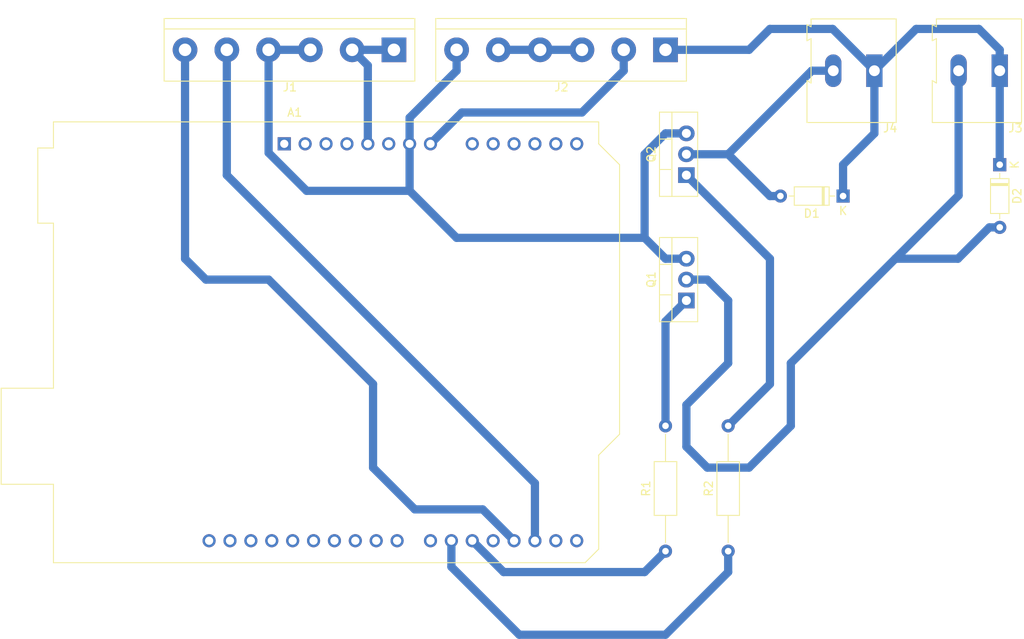
<source format=kicad_pcb>
(kicad_pcb (version 20211014) (generator pcbnew)
  (layers (0 "F.Cu" signal) (31 "B.Cu" signal) (34 "B.Paste" user) (35 "F.Paste" user) (36 "B.SilkS" user "B.Silkscreen") (37 "F.SilkS" user "F.Silkscreen") (38 "B.Mask" user) (39 "F.Mask" user) (44 "Edge.Cuts" user))
  (net 0 "")
  (net 1 "+5V")
  (net 2 "GND")
  (net 3 "D2")
  (net 4 "D3")
  (net 5 "+9V")
  (net 6 "Net-(J2-Pad3)")
  (net 7 "+6V")
  (net 8 "Net-(D2-Pad2)")
  (net 9 "Net-(J4-Pad2)")
  (net 10 "D5")
  (net 11 "Net-(Q1-Pad1)")
  (net 12 "D6")
  (net 13 "Net-(Q2-Pad1)")
  (footprint "TerminalBlock:TerminalBlock_Altech_AK300-2_P5.00mm" (layer "F.Cu") (at 185.42 53.34 180)
    (fp_text reference "J3" (at -1.92 -6.99) (layer "F.SilkS"))
    (fp_text value "Roda_2")
    (fp_line (start 8.2 3.65) (end 7.7 3.9) (layer "F.SilkS") (width 0.12))
    (fp_line (start 8.2 -6.3) (end -2.65 -6.3) (layer "F.SilkS") (width 0.12))
    (fp_line (start 7.7 5.35) (end 8.2 5.6) (layer "F.SilkS") (width 0.12))
    (fp_line (start 7.7 -1.5) (end 8.2 -1.2) (layer "F.SilkS") (width 0.12))
    (fp_line (start 8.2 5.6) (end 8.2 3.7) (layer "F.SilkS") (width 0.12))
    (fp_line (start 7.7 3.9) (end 7.7 -1.5) (layer "F.SilkS") (width 0.12))
    (fp_line (start -2.65 6.3) (end 7.7 6.3) (layer "F.SilkS") (width 0.12))
    (fp_line (start 7.7 6.3) (end 7.7 5.35) (layer "F.SilkS") (width 0.12))
    (fp_line (start -2.65 -6.3) (end -2.65 6.3) (layer "F.SilkS") (width 0.12))
    (fp_line (start 8.2 3.7) (end 8.2 3.65) (layer "F.SilkS") (width 0.12))
    (fp_line (start 8.2 -1.2) (end 8.2 -6.3) (layer "F.SilkS") (width 0.12))
    (pad "1" thru_hole rect locked (at 0 0 180) (size 1.98 3.96) (drill 1.32) (layers *.Cu *.Mask) (net 7 "+6V"))
    (pad "2" thru_hole oval locked (at 5 0 180) (size 1.98 3.96) (drill 1.32) (layers *.Cu *.Mask) (net 8 "Net-(D2-Pad2)"))
  )
  (footprint "Diode_THT:D_DO-35_SOD27_P7.62mm_Horizontal" (layer "F.Cu") (at 185.42 64.77 -90)
    (fp_text reference "D2" (at 3.81 -2.12 -270) (layer "F.SilkS"))
    (fp_text value "1N914")
    (fp_text user "K" (at 0 -1.8 -270) (layer "F.SilkS"))
    (fp_line (start 5.93 1.12) (end 5.93 -1.12) (layer "F.SilkS") (width 0.12))
    (fp_line (start 1.04 0) (end 1.69 0) (layer "F.SilkS") (width 0.12))
    (fp_line (start 1.69 -1.12) (end 1.69 1.12) (layer "F.SilkS") (width 0.12))
    (fp_line (start 6.58 0) (end 5.93 0) (layer "F.SilkS") (width 0.12))
    (fp_line (start 2.29 -1.12) (end 2.29 1.12) (layer "F.SilkS") (width 0.12))
    (fp_line (start 2.41 -1.12) (end 2.41 1.12) (layer "F.SilkS") (width 0.12))
    (fp_line (start 5.93 -1.12) (end 1.69 -1.12) (layer "F.SilkS") (width 0.12))
    (fp_line (start 2.53 -1.12) (end 2.53 1.12) (layer "F.SilkS") (width 0.12))
    (fp_line (start 1.69 1.12) (end 5.93 1.12) (layer "F.SilkS") (width 0.12))
    (pad "1" thru_hole rect (at 0 0 270) (size 1.6 1.6) (drill 0.8) (layers *.Cu *.Mask) (net 7 "+6V"))
    (pad "2" thru_hole oval (at 7.62 0 270) (size 1.6 1.6) (drill 0.8) (layers *.Cu *.Mask) (net 8 "Net-(D2-Pad2)"))
  )
  (footprint "Package_TO_SOT_THT:TO-220-3_Vertical" (layer "F.Cu") (at 147.32 81.28 90)
    (fp_text reference "Q1" (at 2.54 -4.27 90) (layer "F.SilkS"))
    (fp_text value "TIP120")
    (fp_line (start 4.391 -3.27) (end 4.391 -1.76) (layer "F.SilkS") (width 0.12))
    (fp_line (start 7.66 -3.27) (end 7.66 1.371) (layer "F.SilkS") (width 0.12))
    (fp_line (start -2.58 -3.27) (end 7.66 -3.27) (layer "F.SilkS") (width 0.12))
    (fp_line (start -2.58 1.371) (end 7.66 1.371) (layer "F.SilkS") (width 0.12))
    (fp_line (start -2.58 -3.27) (end -2.58 1.371) (layer "F.SilkS") (width 0.12))
    (fp_line (start -2.58 -1.76) (end 7.66 -1.76) (layer "F.SilkS") (width 0.12))
    (fp_line (start 0.69 -3.27) (end 0.69 -1.76) (layer "F.SilkS") (width 0.12))
    (pad "1" thru_hole rect locked (at 0 0 90) (size 1.905 2) (drill 1.1) (layers *.Cu *.Mask) (net 11 "Net-(Q1-Pad1)"))
    (pad "2" thru_hole oval locked (at 2.54 0 90) (size 1.905 2) (drill 1.1) (layers *.Cu *.Mask) (net 8 "Net-(D2-Pad2)"))
    (pad "3" thru_hole oval locked (at 5.08 0 90) (size 1.905 2) (drill 1.1) (layers *.Cu *.Mask) (net 2 "GND"))
  )
  (footprint "Resistor_THT:R_Axial_DIN0207_L6.3mm_D2.5mm_P15.24mm_Horizontal" (layer "F.Cu") (at 152.4 111.76 90)
    (fp_text reference "R2" (at 7.62 -2.37 90) (layer "F.SilkS"))
    (fp_text value "R")
    (fp_line (start 10.89 -1.37) (end 4.35 -1.37) (layer "F.SilkS") (width 0.12))
    (fp_line (start 1.04 0) (end 4.35 0) (layer "F.SilkS") (width 0.12))
    (fp_line (start 14.2 0) (end 10.89 0) (layer "F.SilkS") (width 0.12))
    (fp_line (start 4.35 1.37) (end 10.89 1.37) (layer "F.SilkS") (width 0.12))
    (fp_line (start 4.35 -1.37) (end 4.35 1.37) (layer "F.SilkS") (width 0.12))
    (fp_line (start 10.89 1.37) (end 10.89 -1.37) (layer "F.SilkS") (width 0.12))
    (pad "1" thru_hole circle locked (at 0 0 90) (size 1.6 1.6) (drill 0.8) (layers *.Cu *.Mask) (net 12 "D6"))
    (pad "2" thru_hole oval locked (at 15.24 0 90) (size 1.6 1.6) (drill 0.8) (layers *.Cu *.Mask) (net 13 "Net-(Q2-Pad1)"))
  )
  (footprint "TerminalBlock:TerminalBlock_bornier-6_P5.08mm" (layer "F.Cu") (at 144.78 50.8 180)
    (fp_text reference "J2" (at 12.65 -4.55) (layer "F.SilkS"))
    (fp_text value "Pilhas_com_chave")
    (fp_line (start 27.94 3.81) (end 27.94 -3.81) (layer "F.SilkS") (width 0.12))
    (fp_line (start -2.54 3.81) (end 27.94 3.81) (layer "F.SilkS") (width 0.12))
    (fp_line (start -2.54 2.54) (end 27.94 2.54) (layer "F.SilkS") (width 0.12))
    (fp_line (start -2.54 -3.81) (end 27.94 -3.81) (layer "F.SilkS") (width 0.12))
    (fp_line (start -2.54 -3.81) (end -2.54 3.81) (layer "F.SilkS") (width 0.12))
    (pad "1" thru_hole rect locked (at 0 0 180) (size 3 3) (drill 1.52) (layers *.Cu *.Mask) (net 7 "+6V"))
    (pad "2" thru_hole circle locked (at 5.08 0 180) (size 3 3) (drill 1.52) (layers *.Cu *.Mask) (net 5 "+9V"))
    (pad "3" thru_hole circle locked (at 10.16 0 180) (size 3 3) (drill 1.52) (layers *.Cu *.Mask) (net 6 "Net-(J2-Pad3)"))
    (pad "4" thru_hole circle locked (at 15.24 0 180) (size 3 3) (drill 1.52) (layers *.Cu *.Mask) (net 6 "Net-(J2-Pad3)"))
    (pad "5" thru_hole circle locked (at 20.32 0 180) (size 3 3) (drill 1.52) (layers *.Cu *.Mask) (net 6 "Net-(J2-Pad3)"))
    (pad "6" thru_hole circle locked (at 25.4 0 180) (size 3 3) (drill 1.52) (layers *.Cu *.Mask) (net 2 "GND"))
  )
  (footprint "Module:Arduino_UNO_R3" (layer "F.Cu") (at 98.425 62.23)
    (fp_text reference "A1" (at 1.27 -3.81) (layer "F.SilkS"))
    (fp_text value "Arduino_UNO_R3")
    (fp_line (start 40.77 2.54) (end 38.23 0) (layer "F.SilkS") (width 0.12))
    (fp_line (start -28.07 41.4) (end -28.07 50.93) (layer "F.SilkS") (width 0.12))
    (fp_line (start 38.23 -2.67) (end -28.07 -2.67) (layer "F.SilkS") (width 0.12))
    (fp_line (start 38.23 0) (end 38.23 -2.67) (layer "F.SilkS") (width 0.12))
    (fp_line (start 40.77 35.31) (end 40.77 2.54) (layer "F.SilkS") (width 0.12))
    (fp_line (start -28.07 50.93) (end 36.58 50.93) (layer "F.SilkS") (width 0.12))
    (fp_line (start 38.23 37.85) (end 40.77 35.31) (layer "F.SilkS") (width 0.12))
    (fp_line (start -28.07 29.72) (end -34.42 29.72) (layer "F.SilkS") (width 0.12))
    (fp_line (start -29.97 9.65) (end -28.07 9.65) (layer "F.SilkS") (width 0.12))
    (fp_line (start -29.97 0.51) (end -29.97 9.65) (layer "F.SilkS") (width 0.12))
    (fp_line (start 38.23 49.28) (end 38.23 37.85) (layer "F.SilkS") (width 0.12))
    (fp_line (start -28.07 9.65) (end -28.07 29.72) (layer "F.SilkS") (width 0.12))
    (fp_line (start 36.58 50.93) (end 38.23 49.28) (layer "F.SilkS") (width 0.12))
    (fp_line (start -28.07 -2.67) (end -28.07 0.51) (layer "F.SilkS") (width 0.12))
    (fp_line (start -34.42 41.4) (end -28.07 41.4) (layer "F.SilkS") (width 0.12))
    (fp_line (start -28.07 0.51) (end -29.97 0.51) (layer "F.SilkS") (width 0.12))
    (fp_line (start -34.42 29.72) (end -34.42 41.4) (layer "F.SilkS") (width 0.12))
    (pad "1" thru_hole rect locked (at 0 0 90) (size 1.6 1.6) (drill 1) (layers *.Cu *.Mask))
    (pad "2" thru_hole oval locked (at 2.54 0 90) (size 1.6 1.6) (drill 1) (layers *.Cu *.Mask))
    (pad "3" thru_hole oval locked (at 5.08 0 90) (size 1.6 1.6) (drill 1) (layers *.Cu *.Mask))
    (pad "4" thru_hole oval locked (at 7.62 0 90) (size 1.6 1.6) (drill 1) (layers *.Cu *.Mask))
    (pad "5" thru_hole oval locked (at 10.16 0 90) (size 1.6 1.6) (drill 1) (layers *.Cu *.Mask) (net 1 "+5V"))
    (pad "6" thru_hole oval locked (at 12.7 0 90) (size 1.6 1.6) (drill 1) (layers *.Cu *.Mask))
    (pad "7" thru_hole oval locked (at 15.24 0 90) (size 1.6 1.6) (drill 1) (layers *.Cu *.Mask) (net 2 "GND"))
    (pad "8" thru_hole oval locked (at 17.78 0 90) (size 1.6 1.6) (drill 1) (layers *.Cu *.Mask) (net 5 "+9V"))
    (pad "9" thru_hole oval locked (at 22.86 0 90) (size 1.6 1.6) (drill 1) (layers *.Cu *.Mask))
    (pad "10" thru_hole oval locked (at 25.4 0 90) (size 1.6 1.6) (drill 1) (layers *.Cu *.Mask))
    (pad "11" thru_hole oval locked (at 27.94 0 90) (size 1.6 1.6) (drill 1) (layers *.Cu *.Mask))
    (pad "12" thru_hole oval locked (at 30.48 0 90) (size 1.6 1.6) (drill 1) (layers *.Cu *.Mask))
    (pad "13" thru_hole oval locked (at 33.02 0 90) (size 1.6 1.6) (drill 1) (layers *.Cu *.Mask))
    (pad "14" thru_hole oval locked (at 35.56 0 90) (size 1.6 1.6) (drill 1) (layers *.Cu *.Mask))
    (pad "15" thru_hole oval locked (at 35.56 48.26 90) (size 1.6 1.6) (drill 1) (layers *.Cu *.Mask))
    (pad "16" thru_hole oval locked (at 33.02 48.26 90) (size 1.6 1.6) (drill 1) (layers *.Cu *.Mask))
    (pad "17" thru_hole oval locked (at 30.48 48.26 90) (size 1.6 1.6) (drill 1) (layers *.Cu *.Mask) (net 3 "D2"))
    (pad "18" thru_hole oval locked (at 27.94 48.26 90) (size 1.6 1.6) (drill 1) (layers *.Cu *.Mask) (net 4 "D3"))
    (pad "19" thru_hole oval locked (at 25.4 48.26 90) (size 1.6 1.6) (drill 1) (layers *.Cu *.Mask))
    (pad "20" thru_hole oval locked (at 22.86 48.26 90) (size 1.6 1.6) (drill 1) (layers *.Cu *.Mask) (net 10 "D5"))
    (pad "21" thru_hole oval locked (at 20.32 48.26 90) (size 1.6 1.6) (drill 1) (layers *.Cu *.Mask) (net 12 "D6"))
    (pad "22" thru_hole oval locked (at 17.78 48.26 90) (size 1.6 1.6) (drill 1) (layers *.Cu *.Mask))
    (pad "23" thru_hole oval locked (at 13.72 48.26 90) (size 1.6 1.6) (drill 1) (layers *.Cu *.Mask))
    (pad "24" thru_hole oval locked (at 11.18 48.26 90) (size 1.6 1.6) (drill 1) (layers *.Cu *.Mask))
    (pad "25" thru_hole oval locked (at 8.64 48.26 90) (size 1.6 1.6) (drill 1) (layers *.Cu *.Mask))
    (pad "26" thru_hole oval locked (at 6.1 48.26 90) (size 1.6 1.6) (drill 1) (layers *.Cu *.Mask))
    (pad "27" thru_hole oval locked (at 3.56 48.26 90) (size 1.6 1.6) (drill 1) (layers *.Cu *.Mask))
    (pad "28" thru_hole oval locked (at 1.02 48.26 90) (size 1.6 1.6) (drill 1) (layers *.Cu *.Mask))
    (pad "29" thru_hole oval locked (at -1.52 48.26 90) (size 1.6 1.6) (drill 1) (layers *.Cu *.Mask))
    (pad "30" thru_hole oval locked (at -4.06 48.26 90) (size 1.6 1.6) (drill 1) (layers *.Cu *.Mask))
    (pad "31" thru_hole oval locked (at -6.6 48.26 90) (size 1.6 1.6) (drill 1) (layers *.Cu *.Mask))
    (pad "32" thru_hole oval locked (at -9.14 48.26 90) (size 1.6 1.6) (drill 1) (layers *.Cu *.Mask))
  )
  (footprint "Package_TO_SOT_THT:TO-220-3_Vertical" (layer "F.Cu") (at 147.32 66.04 90)
    (fp_text reference "Q2" (at 2.54 -4.27 90) (layer "F.SilkS"))
    (fp_text value "TIP120")
    (fp_line (start -2.58 1.371) (end 7.66 1.371) (layer "F.SilkS") (width 0.12))
    (fp_line (start 7.66 -3.27) (end 7.66 1.371) (layer "F.SilkS") (width 0.12))
    (fp_line (start -2.58 -3.27) (end -2.58 1.371) (layer "F.SilkS") (width 0.12))
    (fp_line (start -2.58 -1.76) (end 7.66 -1.76) (layer "F.SilkS") (width 0.12))
    (fp_line (start 4.391 -3.27) (end 4.391 -1.76) (layer "F.SilkS") (width 0.12))
    (fp_line (start -2.58 -3.27) (end 7.66 -3.27) (layer "F.SilkS") (width 0.12))
    (fp_line (start 0.69 -3.27) (end 0.69 -1.76) (layer "F.SilkS") (width 0.12))
    (pad "1" thru_hole rect locked (at 0 0 90) (size 1.905 2) (drill 1.1) (layers *.Cu *.Mask) (net 13 "Net-(Q2-Pad1)"))
    (pad "2" thru_hole oval locked (at 2.54 0 90) (size 1.905 2) (drill 1.1) (layers *.Cu *.Mask) (net 9 "Net-(J4-Pad2)"))
    (pad "3" thru_hole oval locked (at 5.08 0 90) (size 1.905 2) (drill 1.1) (layers *.Cu *.Mask) (net 2 "GND"))
  )
  (footprint "TerminalBlock:TerminalBlock_Altech_AK300-2_P5.00mm" (layer "F.Cu") (at 170.18 53.34 180)
    (fp_text reference "J4" (at -1.92 -6.99) (layer "F.SilkS"))
    (fp_text value "Roda_1")
    (fp_line (start 8.2 3.7) (end 8.2 3.65) (layer "F.SilkS") (width 0.12))
    (fp_line (start 7.7 3.9) (end 7.7 -1.5) (layer "F.SilkS") (width 0.12))
    (fp_line (start 8.2 5.6) (end 8.2 3.7) (layer "F.SilkS") (width 0.12))
    (fp_line (start 7.7 5.35) (end 8.2 5.6) (layer "F.SilkS") (width 0.12))
    (fp_line (start 7.7 6.3) (end 7.7 5.35) (layer "F.SilkS") (width 0.12))
    (fp_line (start 7.7 -1.5) (end 8.2 -1.2) (layer "F.SilkS") (width 0.12))
    (fp_line (start -2.65 -6.3) (end -2.65 6.3) (layer "F.SilkS") (width 0.12))
    (fp_line (start 8.2 3.65) (end 7.7 3.9) (layer "F.SilkS") (width 0.12))
    (fp_line (start -2.65 6.3) (end 7.7 6.3) (layer "F.SilkS") (width 0.12))
    (fp_line (start 8.2 -1.2) (end 8.2 -6.3) (layer "F.SilkS") (width 0.12))
    (fp_line (start 8.2 -6.3) (end -2.65 -6.3) (layer "F.SilkS") (width 0.12))
    (pad "1" thru_hole rect locked (at 0 0 180) (size 1.98 3.96) (drill 1.32) (layers *.Cu *.Mask) (net 7 "+6V"))
    (pad "2" thru_hole oval locked (at 5 0 180) (size 1.98 3.96) (drill 1.32) (layers *.Cu *.Mask) (net 9 "Net-(J4-Pad2)"))
  )
  (footprint "TerminalBlock:TerminalBlock_bornier-6_P5.08mm" (layer "F.Cu") (at 111.76 50.8 180)
    (fp_text reference "J1" (at 12.65 -4.55) (layer "F.SilkS"))
    (fp_text value "Sensores")
    (fp_line (start -2.54 -3.81) (end -2.54 3.81) (layer "F.SilkS") (width 0.12))
    (fp_line (start 27.94 3.81) (end 27.94 -3.81) (layer "F.SilkS") (width 0.12))
    (fp_line (start -2.54 -3.81) (end 27.94 -3.81) (layer "F.SilkS") (width 0.12))
    (fp_line (start -2.54 3.81) (end 27.94 3.81) (layer "F.SilkS") (width 0.12))
    (fp_line (start -2.54 2.54) (end 27.94 2.54) (layer "F.SilkS") (width 0.12))
    (pad "1" thru_hole rect locked (at 0 0 180) (size 3 3) (drill 1.52) (layers *.Cu *.Mask) (net 1 "+5V"))
    (pad "2" thru_hole circle locked (at 5.08 0 180) (size 3 3) (drill 1.52) (layers *.Cu *.Mask) (net 1 "+5V"))
    (pad "3" thru_hole circle locked (at 10.16 0 180) (size 3 3) (drill 1.52) (layers *.Cu *.Mask) (net 2 "GND"))
    (pad "4" thru_hole circle locked (at 15.24 0 180) (size 3 3) (drill 1.52) (layers *.Cu *.Mask) (net 2 "GND"))
    (pad "5" thru_hole circle locked (at 20.32 0 180) (size 3 3) (drill 1.52) (layers *.Cu *.Mask) (net 3 "D2"))
    (pad "6" thru_hole circle locked (at 25.4 0 180) (size 3 3) (drill 1.52) (layers *.Cu *.Mask) (net 4 "D3"))
  )
  (footprint "Resistor_THT:R_Axial_DIN0207_L6.3mm_D2.5mm_P15.24mm_Horizontal" (layer "F.Cu") (at 144.78 111.76 90)
    (fp_text reference "R1" (at 7.62 -2.37 90) (layer "F.SilkS"))
    (fp_text value "R")
    (fp_line (start 4.35 -1.37) (end 4.35 1.37) (layer "F.SilkS") (width 0.12))
    (fp_line (start 4.35 1.37) (end 10.89 1.37) (layer "F.SilkS") (width 0.12))
    (fp_line (start 14.2 0) (end 10.89 0) (layer "F.SilkS") (width 0.12))
    (fp_line (start 1.04 0) (end 4.35 0) (layer "F.SilkS") (width 0.12))
    (fp_line (start 10.89 -1.37) (end 4.35 -1.37) (layer "F.SilkS") (width 0.12))
    (fp_line (start 10.89 1.37) (end 10.89 -1.37) (layer "F.SilkS") (width 0.12))
    (pad "1" thru_hole circle locked (at 0 0 90) (size 1.6 1.6) (drill 0.8) (layers *.Cu *.Mask) (net 10 "D5"))
    (pad "2" thru_hole oval locked (at 15.24 0 90) (size 1.6 1.6) (drill 0.8) (layers *.Cu *.Mask) (net 11 "Net-(Q1-Pad1)"))
  )
  (footprint "Diode_THT:D_DO-35_SOD27_P7.62mm_Horizontal" (layer "F.Cu") (at 166.37 68.58 180)
    (fp_text reference "D1" (at 3.81 -2.12) (layer "F.SilkS"))
    (fp_text value "1N914")
    (fp_text user "K" (at 0 -1.8) (layer "F.SilkS"))
    (fp_line (start 2.53 -1.12) (end 2.53 1.12) (layer "F.SilkS") (width 0.12))
    (fp_line (start 2.41 -1.12) (end 2.41 1.12) (layer "F.SilkS") (width 0.12))
    (fp_line (start 6.58 0) (end 5.93 0) (layer "F.SilkS") (width 0.12))
    (fp_line (start 1.04 0) (end 1.69 0) (layer "F.SilkS") (width 0.12))
    (fp_line (start 1.69 1.12) (end 5.93 1.12) (layer "F.SilkS") (width 0.12))
    (fp_line (start 2.29 -1.12) (end 2.29 1.12) (layer "F.SilkS") (width 0.12))
    (fp_line (start 5.93 1.12) (end 5.93 -1.12) (layer "F.SilkS") (width 0.12))
    (fp_line (start 1.69 -1.12) (end 1.69 1.12) (layer "F.SilkS") (width 0.12))
    (fp_line (start 5.93 -1.12) (end 1.69 -1.12) (layer "F.SilkS") (width 0.12))
    (pad "1" thru_hole rect (at 0 0 180) (size 1.6 1.6) (drill 0.8) (layers *.Cu *.Mask) (net 7 "+6V"))
    (pad "2" thru_hole oval (at 7.62 0 180) (size 1.6 1.6) (drill 0.8) (layers *.Cu *.Mask) (net 9 "Net-(J4-Pad2)"))
  )
  (segment (start 111.76 50.8) (end 106.68 50.8) (width 1) (layer "B.Cu") (net 1))
  (segment (start 106.68 50.8) (end 108.585 52.705) (width 1) (layer "B.Cu") (net 1))
  (segment (start 108.585 52.705) (end 108.585 62.23) (width 1) (layer "B.Cu") (net 1))
  (segment (start 119.38 50.8) (end 119.38 53.34) (width 1) (layer "B.Cu") (net 2))
  (segment (start 113.665 67.945) (end 119.38 73.66) (width 1) (layer "B.Cu") (net 2))
  (segment (start 113.665 59.055) (end 113.665 62.23) (width 1) (layer "B.Cu") (net 2))
  (segment (start 142.24 63.5) (end 144.78 60.96) (width 1) (layer "B.Cu") (net 2))
  (segment (start 113.665 62.23) (end 113.665 67.945) (width 1) (layer "B.Cu") (net 2))
  (segment (start 119.38 73.66) (end 142.24 73.66) (width 1) (layer "B.Cu") (net 2))
  (segment (start 113.665 67.945) (end 101.140978 67.945) (width 1) (layer "B.Cu") (net 2))
  (segment (start 144.78 60.96) (end 147.32 60.96) (width 1) (layer "B.Cu") (net 2))
  (segment (start 142.24 73.66) (end 144.78 76.2) (width 1) (layer "B.Cu") (net 2))
  (segment (start 96.52 50.8) (end 96.52 63.324022) (width 1) (layer "B.Cu") (net 2))
  (segment (start 142.24 73.66) (end 142.24 63.5) (width 1) (layer "B.Cu") (net 2))
  (segment (start 144.78 76.2) (end 147.32 76.2) (width 1) (layer "B.Cu") (net 2))
  (segment (start 96.52 50.8) (end 101.6 50.8) (width 1) (layer "B.Cu") (net 2))
  (segment (start 119.38 53.34) (end 113.665 59.055) (width 1) (layer "B.Cu") (net 2))
  (segment (start 101.140978 67.945) (end 96.52 63.324022) (width 1) (layer "B.Cu") (net 2))
  (segment (start 128.905 103.505) (end 91.44 66.04) (width 1) (layer "B.Cu") (net 3))
  (segment (start 128.905 110.49) (end 128.905 103.505) (width 1) (layer "B.Cu") (net 3))
  (segment (start 91.44 66.04) (end 91.44 50.8) (width 1) (layer "B.Cu") (net 3))
  (segment (start 96.52 78.74) (end 109.22 91.44) (width 1) (layer "B.Cu") (net 4))
  (segment (start 86.36 50.8) (end 86.36 76.2) (width 1) (layer "B.Cu") (net 4))
  (segment (start 109.22 91.44) (end 109.22 101.6) (width 1) (layer "B.Cu") (net 4))
  (segment (start 109.22 101.6) (end 114.3 106.68) (width 1) (layer "B.Cu") (net 4))
  (segment (start 88.9 78.74) (end 96.52 78.74) (width 1) (layer "B.Cu") (net 4))
  (segment (start 114.3 106.68) (end 122.555 106.68) (width 1) (layer "B.Cu") (net 4))
  (segment (start 86.36 76.2) (end 88.9 78.74) (width 1) (layer "B.Cu") (net 4))
  (segment (start 122.555 106.68) (end 126.365 110.49) (width 1) (layer "B.Cu") (net 4))
  (segment (start 134.62 58.42) (end 120.015 58.42) (width 1) (layer "B.Cu") (net 5))
  (segment (start 116.205 62.23) (end 120.015 58.42) (width 1) (layer "B.Cu") (net 5))
  (segment (start 139.7 53.34) (end 139.7 50.8) (width 1) (layer "B.Cu") (net 5))
  (segment (start 134.62 58.42) (end 139.7 53.34) (width 1) (layer "B.Cu") (net 5))
  (segment (start 134.62 50.8) (end 129.54 50.8) (width 1) (layer "B.Cu") (net 6))
  (segment (start 124.46 50.8) (end 129.54 50.8) (width 1) (layer "B.Cu") (net 6))
  (segment (start 185.42 53.34) (end 185.42 64.77) (width 1) (layer "B.Cu") (net 7))
  (segment (start 185.42 50.8) (end 185.42 53.34) (width 1) (layer "B.Cu") (net 7))
  (segment (start 157.48 48.26) (end 165.1 48.26) (width 1) (layer "B.Cu") (net 7))
  (segment (start 166.37 68.58) (end 166.37 64.77) (width 1) (layer "B.Cu") (net 7))
  (segment (start 166.37 64.77) (end 170.18 60.96) (width 1) (layer "B.Cu") (net 7))
  (segment (start 182.88 48.26) (end 185.42 50.8) (width 1) (layer "B.Cu") (net 7))
  (segment (start 175.26 48.26) (end 182.88 48.26) (width 1) (layer "B.Cu") (net 7))
  (segment (start 144.78 50.8) (end 154.94 50.8) (width 1) (layer "B.Cu") (net 7))
  (segment (start 165.1 48.26) (end 170.18 53.34) (width 1) (layer "B.Cu") (net 7))
  (segment (start 154.94 50.8) (end 157.48 48.26) (width 1) (layer "B.Cu") (net 7))
  (segment (start 170.18 53.34) (end 175.26 48.26) (width 1) (layer "B.Cu") (net 7))
  (segment (start 170.18 60.96) (end 170.18 53.34) (width 1) (layer "B.Cu") (net 7))
  (segment (start 180.42 53.34) (end 180.42 68.5) (width 1) (layer "B.Cu") (net 8))
  (segment (start 180.42 68.5) (end 172.72 76.2) (width 1) (layer "B.Cu") (net 8))
  (segment (start 154.94 101.6) (end 149.86 101.6) (width 1) (layer "B.Cu") (net 8))
  (segment (start 172.72 76.2) (end 160.02 88.9) (width 1) (layer "B.Cu") (net 8))
  (segment (start 147.32 99.06) (end 147.32 93.98) (width 1) (layer "B.Cu") (net 8))
  (segment (start 160.02 96.52) (end 154.94 101.6) (width 1) (layer "B.Cu") (net 8))
  (segment (start 149.86 101.6) (end 147.32 99.06) (width 1) (layer "B.Cu") (net 8))
  (segment (start 152.4 81.28) (end 149.86 78.74) (width 1) (layer "B.Cu") (net 8))
  (segment (start 152.4 88.9) (end 152.4 81.28) (width 1) (layer "B.Cu") (net 8))
  (segment (start 184.15 72.39) (end 180.34 76.2) (width 1) (layer "B.Cu") (net 8))
  (segment (start 147.32 93.98) (end 152.4 88.9) (width 1) (layer "B.Cu") (net 8))
  (segment (start 160.02 88.9) (end 160.02 96.52) (width 1) (layer "B.Cu") (net 8))
  (segment (start 180.34 76.2) (end 172.72 76.2) (width 1) (layer "B.Cu") (net 8))
  (segment (start 185.42 72.39) (end 184.15 72.39) (width 1) (layer "B.Cu") (net 8))
  (segment (start 149.86 78.74) (end 147.32 78.74) (width 1) (layer "B.Cu") (net 8))
  (segment (start 162.56 53.34) (end 165.18 53.34) (width 1) (layer "B.Cu") (net 9))
  (segment (start 152.4 63.5) (end 157.48 68.58) (width 1) (layer "B.Cu") (net 9))
  (segment (start 152.4 63.5) (end 162.56 53.34) (width 1) (layer "B.Cu") (net 9))
  (segment (start 157.48 68.58) (end 158.75 68.58) (width 1) (layer "B.Cu") (net 9))
  (segment (start 147.32 63.5) (end 152.4 63.5) (width 1) (layer "B.Cu") (net 9))
  (segment (start 142.24 114.3) (end 144.78 111.76) (width 1) (layer "B.Cu") (net 10))
  (segment (start 125.095 114.3) (end 121.285 110.49) (width 1) (layer "B.Cu") (net 10))
  (segment (start 125.095 114.3) (end 142.24 114.3) (width 1) (layer "B.Cu") (net 10))
  (segment (start 144.78 83.82) (end 147.32 81.28) (width 1) (layer "B.Cu") (net 11))
  (segment (start 144.78 96.52) (end 144.78 83.82) (width 1) (layer "B.Cu") (net 11))
  (segment (start 118.745 110.49) (end 118.745 113.665) (width 1) (layer "B.Cu") (net 12))
  (segment (start 144.78 121.92) (end 152.4 114.3) (width 1) (layer "B.Cu") (net 12))
  (segment (start 127 121.92) (end 144.78 121.92) (width 1) (layer "B.Cu") (net 12))
  (segment (start 118.745 113.665) (end 127 121.92) (width 1) (layer "B.Cu") (net 12))
  (segment (start 152.4 114.3) (end 152.4 111.76) (width 1) (layer "B.Cu") (net 12))
  (segment (start 157.48 91.44) (end 157.48 76.2) (width 1) (layer "B.Cu") (net 13))
  (segment (start 157.48 76.2) (end 147.32 66.04) (width 1) (layer "B.Cu") (net 13))
  (segment (start 152.4 96.52) (end 157.48 91.44) (width 1) (layer "B.Cu") (net 13))
)
</source>
